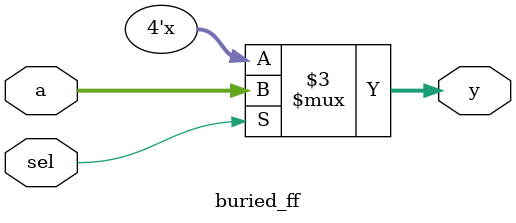
<source format=v>
module buried_ff(
    input [3:0] a,
    input sel,
    output reg [3:0]y
);

always@(a,sel)
begin
    if (sel)y=a;
end

endmodule // buried_ff
</source>
